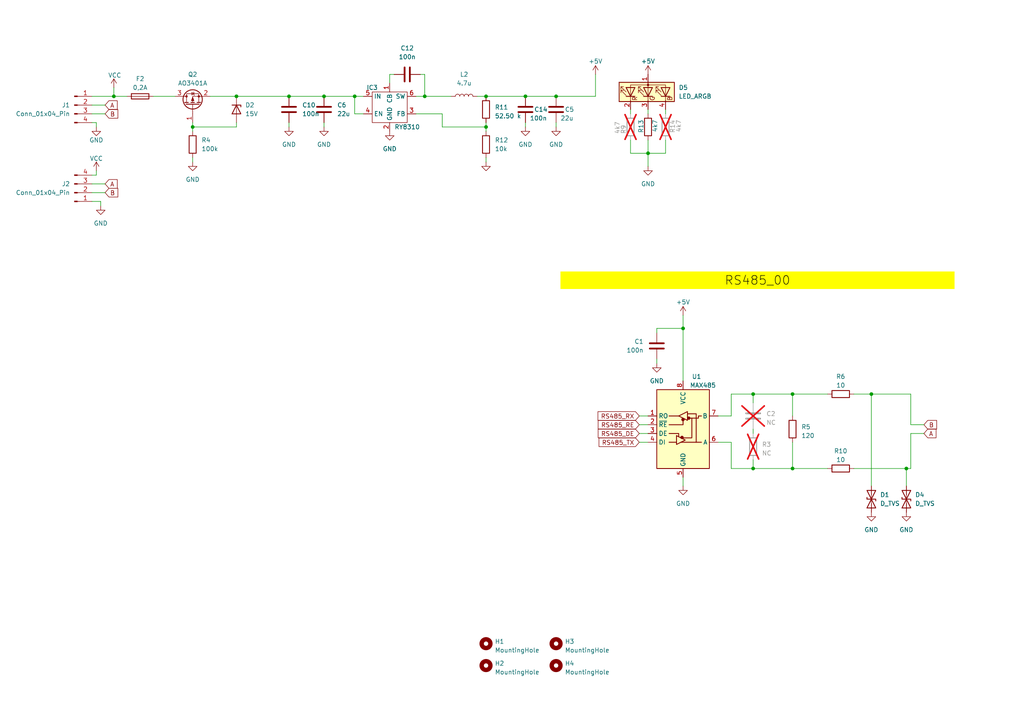
<source format=kicad_sch>
(kicad_sch (version 20231120) (generator "eeschema") (generator_version "8.0")
  (paper "A4")
  (lib_symbols
    (symbol "Connector:Conn_01x04_Pin" (pin_names (offset 1.016) hide)
      (property "Reference" "J" (at 0 5.08 0))
      (property "Value" "Conn_01x04_Pin" (at 0 -7.62 0))
      (symbol "Conn_01x04_Pin_1_1"
        (polyline (pts (xy 1.27 -5.08) (xy 0.8636 -5.08)) (stroke (width 0.1524)))
        (polyline (pts (xy 1.27 -2.54) (xy 0.8636 -2.54)) (stroke (width 0.1524)))
        (polyline (pts (xy 1.27 0) (xy 0.8636 0)) (stroke (width 0.1524)))
        (polyline (pts (xy 1.27 2.54) (xy 0.8636 2.54)) (stroke (width 0.1524)))
        (rectangle (start 0.8636 -4.953) (end 0 -5.207) (stroke (width 0.1524)) (fill (type outline)))
        (rectangle (start 0.8636 -2.413) (end 0 -2.667) (stroke (width 0.1524)) (fill (type outline)))
        (rectangle (start 0.8636 0.127) (end 0 -0.127) (stroke (width 0.1524)) (fill (type outline)))
        (rectangle (start 0.8636 2.667) (end 0 2.413) (stroke (width 0.1524)) (fill (type outline)))
        (pin passive line (at 5.08 2.54 180) (length 3.81) (name "Pin_1") (number "1"))
        (pin passive line (at 5.08 0 180) (length 3.81) (name "Pin_2") (number "2"))
        (pin passive line (at 5.08 -2.54 180) (length 3.81) (name "Pin_3") (number "3"))
        (pin passive line (at 5.08 -5.08 180) (length 3.81) (name "Pin_4") (number "4"))
      )
    )
    (symbol "Device:C" (pin_numbers hide) (pin_names (offset 0.254))
      (property "Reference" "C" (at 0.635 2.54 0))
      (property "Value" "C" (at 0.635 -2.54 0))
      (symbol "C_0_1"
        (polyline (pts (xy -2.032 -0.762) (xy 2.032 -0.762)) (stroke (width 0.508)))
        (polyline (pts (xy -2.032 0.762) (xy 2.032 0.762)) (stroke (width 0.508)))
      )
      (symbol "C_1_1"
        (pin passive line (at 0 3.81 270) (length 2.794) (name "~") (number "1"))
        (pin passive line (at 0 -3.81 90) (length 2.794) (name "~") (number "2"))
      )
    )
    (symbol "Device:D_TVS" (pin_numbers hide) (pin_names (offset 1.016) hide)
      (property "Reference" "D" (at 0 2.54 0))
      (property "Value" "D_TVS" (at 0 -2.54 0))
      (symbol "D_TVS_0_1"
        (polyline (pts (xy 1.27 0) (xy -1.27 0)))
        (polyline (pts (xy 0.508 1.27) (xy 0 1.27) (xy 0 -1.27) (xy -0.508 -1.27)) (stroke (width 0.254)))
        (polyline (pts (xy -2.54 1.27) (xy -2.54 -1.27) (xy 2.54 1.27) (xy 2.54 -1.27) (xy -2.54 1.27)) (stroke (width 0.254)))
      )
      (symbol "D_TVS_1_1"
        (pin passive line (at -3.81 0 0) (length 2.54) (name "A1") (number "1"))
        (pin passive line (at 3.81 0 180) (length 2.54) (name "A2") (number "2"))
      )
    )
    (symbol "Device:D_Zener" (pin_numbers hide) (pin_names (offset 1.016) hide)
      (property "Reference" "D" (at 0 2.54 0))
      (property "Value" "D_Zener" (at 0 -2.54 0))
      (symbol "D_Zener_0_1"
        (polyline (pts (xy 1.27 0) (xy -1.27 0)))
        (polyline (pts (xy -1.27 -1.27) (xy -1.27 1.27) (xy -0.762 1.27)) (stroke (width 0.254)))
        (polyline (pts (xy 1.27 -1.27) (xy 1.27 1.27) (xy -1.27 0) (xy 1.27 -1.27)) (stroke (width 0.254)))
      )
      (symbol "D_Zener_1_1"
        (pin passive line (at -3.81 0 0) (length 2.54) (name "K") (number "1"))
        (pin passive line (at 3.81 0 180) (length 2.54) (name "A") (number "2"))
      )
    )
    (symbol "Device:Fuse" (pin_numbers hide) (pin_names (offset 0))
      (property "Reference" "F" (at 2.032 0 90))
      (property "Value" "Fuse" (at -1.905 0 90))
      (symbol "Fuse_0_1"
        (rectangle (start -0.762 -2.54) (end 0.762 2.54) (stroke (width 0.254)))
        (polyline (pts (xy 0 2.54) (xy 0 -2.54)))
      )
      (symbol "Fuse_1_1"
        (pin passive line (at 0 3.81 270) (length 1.27) (name "~") (number "1"))
        (pin passive line (at 0 -3.81 90) (length 1.27) (name "~") (number "2"))
      )
    )
    (symbol "Device:L" (pin_numbers hide) (pin_names (offset 1.016) hide)
      (property "Reference" "L" (at -1.27 0 90))
      (property "Value" "L" (at 1.905 0 90))
      (symbol "L_0_1"
        (arc (start 0 -2.54) (mid 0.6323 -1.905) (end 0 -1.27))
        (arc (start 0 -1.27) (mid 0.6323 -0.635) (end 0 0))
        (arc (start 0 0) (mid 0.6323 0.635) (end 0 1.27))
        (arc (start 0 1.27) (mid 0.6323 1.905) (end 0 2.54))
      )
      (symbol "L_1_1"
        (pin passive line (at 0 3.81 270) (length 1.27) (name "1") (number "1"))
        (pin passive line (at 0 -3.81 90) (length 1.27) (name "2") (number "2"))
      )
    )
    (symbol "Device:LED_ARGB" (pin_names (offset 0) hide)
      (property "Reference" "D" (at 0 9.398 0))
      (property "Value" "LED_ARGB" (at 0 -8.89 0))
      (symbol "LED_ARGB_0_0"
        (text "B" (at -1.905 -6.35 0) (effects (font (size 1.27 1.27))))
        (text "G" (at -1.905 -1.27 0) (effects (font (size 1.27 1.27))))
        (text "R" (at -1.905 3.81 0) (effects (font (size 1.27 1.27))))
      )
      (symbol "LED_ARGB_0_1"
        (polyline (pts (xy -1.27 -5.08) (xy -2.54 -5.08)))
        (polyline (pts (xy -1.27 -5.08) (xy 1.27 -5.08)))
        (polyline (pts (xy -1.27 -3.81) (xy -1.27 -6.35)) (stroke (width 0.254)))
        (polyline (pts (xy -1.27 0) (xy -2.54 0)))
        (polyline (pts (xy -1.27 1.27) (xy -1.27 -1.27)) (stroke (width 0.254)))
        (polyline (pts (xy -1.27 5.08) (xy -2.54 5.08)))
        (polyline (pts (xy -1.27 5.08) (xy 1.27 5.08)))
        (polyline (pts (xy -1.27 6.35) (xy -1.27 3.81)) (stroke (width 0.254)))
        (polyline (pts (xy 1.27 0) (xy -1.27 0)))
        (polyline (pts (xy 1.27 0) (xy 2.54 0)))
        (polyline (pts (xy -1.27 1.27) (xy -1.27 -1.27) (xy -1.27 -1.27)))
        (polyline (pts (xy -1.27 6.35) (xy -1.27 3.81) (xy -1.27 3.81)))
        (polyline (pts (xy 1.27 -5.08) (xy 2.032 -5.08) (xy 2.032 5.08) (xy 1.27 5.08)))
        (polyline (pts (xy 1.27 -3.81) (xy 1.27 -6.35) (xy -1.27 -5.08) (xy 1.27 -3.81)) (stroke (width 0.254)))
        (polyline (pts (xy 1.27 1.27) (xy 1.27 -1.27) (xy -1.27 0) (xy 1.27 1.27)) (stroke (width 0.254)))
        (polyline (pts (xy 1.27 6.35) (xy 1.27 3.81) (xy -1.27 5.08) (xy 1.27 6.35)) (stroke (width 0.254)))
        (polyline (pts (xy -1.016 -3.81) (xy 0.508 -2.286) (xy -0.254 -2.286) (xy 0.508 -2.286) (xy 0.508 -3.048)))
        (polyline (pts (xy -1.016 1.27) (xy 0.508 2.794) (xy -0.254 2.794) (xy 0.508 2.794) (xy 0.508 2.032)))
        (polyline (pts (xy -1.016 6.35) (xy 0.508 7.874) (xy -0.254 7.874) (xy 0.508 7.874) (xy 0.508 7.112)))
        (polyline (pts (xy 0 -3.81) (xy 1.524 -2.286) (xy 0.762 -2.286) (xy 1.524 -2.286) (xy 1.524 -3.048)))
        (polyline (pts (xy 0 1.27) (xy 1.524 2.794) (xy 0.762 2.794) (xy 1.524 2.794) (xy 1.524 2.032)))
        (polyline (pts (xy 0 6.35) (xy 1.524 7.874) (xy 0.762 7.874) (xy 1.524 7.874) (xy 1.524 7.112)))
        (rectangle (start 1.27 -1.27) (end 1.27 1.27))
        (rectangle (start 1.27 1.27) (end 1.27 1.27))
        (rectangle (start 1.27 3.81) (end 1.27 6.35))
        (rectangle (start 1.27 6.35) (end 1.27 6.35))
        (circle (center 2.032 0) (radius 0.254) (fill (type outline)))
        (rectangle (start 2.794 8.382) (end -2.794 -7.62) (stroke (width 0.254)) (fill (type background)))
      )
      (symbol "LED_ARGB_1_1"
        (pin passive line (at 5.08 0 180) (length 2.54) (name "A") (number "1"))
        (pin passive line (at -5.08 5.08 0) (length 2.54) (name "RK") (number "2"))
        (pin passive line (at -5.08 0 0) (length 2.54) (name "GK") (number "3"))
        (pin passive line (at -5.08 -5.08 0) (length 2.54) (name "BK") (number "4"))
      )
    )
    (symbol "Device:R" (pin_numbers hide) (pin_names (offset 0))
      (property "Reference" "R" (at 2.032 0 90))
      (property "Value" "R" (at 0 0 90))
      (symbol "R_0_1"
        (rectangle (start -1.016 -2.54) (end 1.016 2.54) (stroke (width 0.254)))
      )
      (symbol "R_1_1"
        (pin passive line (at 0 3.81 270) (length 1.27) (name "~") (number "1"))
        (pin passive line (at 0 -3.81 90) (length 1.27) (name "~") (number "2"))
      )
    )
    (symbol "Interface_UART:MAX3485"
      (property "Reference" "U" (at -6.096 11.43 0))
      (property "Value" "MAX3485" (at 0.762 11.43 0))
      (symbol "MAX3485_0_1"
        (rectangle (start -7.62 10.16) (end 7.62 -12.7) (stroke (width 0.254)) (fill (type background)))
        (circle (center -0.3048 -3.683) (radius 0.3556) (stroke (width 0.254)) (fill (type outline)))
        (circle (center -0.0254 1.4986) (radius 0.3556) (stroke (width 0.254)) (fill (type outline)))
        (polyline (pts (xy -4.064 -5.08) (xy -1.905 -5.08)) (stroke (width 0.254)))
        (polyline (pts (xy -4.064 2.54) (xy -1.27 2.54)) (stroke (width 0.254)))
        (polyline (pts (xy -1.27 -3.2004) (xy -1.27 -3.4544)) (stroke (width 0.254)))
        (polyline (pts (xy -0.635 -5.08) (xy 5.334 -5.08)) (stroke (width 0.254)))
        (polyline (pts (xy -4.064 -2.54) (xy -1.27 -2.54) (xy -1.27 -3.175)) (stroke (width 0.254)))
        (polyline (pts (xy 0 1.27) (xy 0 0) (xy -4.064 0)) (stroke (width 0.254)))
        (polyline (pts (xy 1.27 3.175) (xy 3.81 3.175) (xy 3.81 -5.08)) (stroke (width 0.254)))
        (polyline (pts (xy 2.54 1.905) (xy 2.54 -3.81) (xy 0 -3.81)) (stroke (width 0.254)))
        (polyline (pts (xy -1.905 -3.175) (xy -1.905 -5.715) (xy 0.635 -4.445) (xy -1.905 -3.175)) (stroke (width 0.254)))
        (polyline (pts (xy -1.27 2.54) (xy 1.27 3.81) (xy 1.27 1.27) (xy -1.27 2.54)) (stroke (width 0.254)))
        (polyline (pts (xy 1.905 1.905) (xy 4.445 1.905) (xy 4.445 2.54) (xy 5.334 2.54)) (stroke (width 0.254)))
        (rectangle (start 1.27 3.175) (end 1.27 3.175))
        (circle (center 1.651 1.905) (radius 0.3556) (stroke (width 0.254)) (fill (type outline)))
      )
      (symbol "MAX3485_1_1"
        (pin output line (at -10.16 2.54 0) (length 2.54) (name "RO") (number "1"))
        (pin input line (at -10.16 0 0) (length 2.54) (name "~{RE}") (number "2"))
        (pin input line (at -10.16 -2.54 0) (length 2.54) (name "DE") (number "3"))
        (pin input line (at -10.16 -5.08 0) (length 2.54) (name "DI") (number "4"))
        (pin power_in line (at 0 -15.24 90) (length 2.54) (name "GND") (number "5"))
        (pin bidirectional line (at 10.16 -5.08 180) (length 2.54) (name "A") (number "6"))
        (pin bidirectional line (at 10.16 2.54 180) (length 2.54) (name "B") (number "7"))
        (pin power_in line (at 0 12.7 270) (length 2.54) (name "VCC") (number "8"))
      )
    )
    (symbol "Mechanical:MountingHole" (pin_names (offset 1.016))
      (property "Reference" "H" (at 0 5.08 0))
      (property "Value" "MountingHole" (at 0 3.175 0))
      (symbol "MountingHole_0_1"
        (circle (center 0 0) (radius 1.27) (stroke (width 1.27)))
      )
    )
    (symbol "Techbeard:RY8310"
      (property "Reference" "IC" (at -5.08 6.35 0))
      (property "Value" "RY8310" (at 5.08 6.35 0))
      (symbol "RY8310_0_1"
        (rectangle (start -5.08 5.08) (end 5.08 -3.81))
      )
      (symbol "RY8310_1_1"
        (pin input line (at 0 7.62 270) (length 2.54) (name "CB") (number "1"))
        (pin input line (at 0 -6.35 90) (length 2.54) (name "GND") (number "2"))
        (pin input line (at 7.62 -1.27 180) (length 2.54) (name "FB") (number "3"))
        (pin input line (at -7.62 -1.27 0) (length 2.54) (name "EN") (number "4"))
        (pin input line (at -7.62 3.81 0) (length 2.54) (name "IN") (number "5"))
        (pin input line (at 7.62 3.81 180) (length 2.54) (name "SW") (number "6"))
      )
    )
    (symbol "Transistor_FET:AO3401A" (pin_names hide)
      (property "Reference" "Q" (at 5.08 1.905 0))
      (property "Value" "AO3401A" (at 5.08 0 0))
      (symbol "AO3401A_0_1"
        (polyline (pts (xy 0.254 0) (xy -2.54 0)))
        (polyline (pts (xy 0.254 1.905) (xy 0.254 -1.905)) (stroke (width 0.254)))
        (polyline (pts (xy 0.762 -1.27) (xy 0.762 -2.286)) (stroke (width 0.254)))
        (polyline (pts (xy 0.762 0.508) (xy 0.762 -0.508)) (stroke (width 0.254)))
        (polyline (pts (xy 0.762 2.286) (xy 0.762 1.27)) (stroke (width 0.254)))
        (polyline (pts (xy 2.54 2.54) (xy 2.54 1.778)))
        (polyline (pts (xy 2.54 -2.54) (xy 2.54 0) (xy 0.762 0)))
        (polyline (pts (xy 0.762 1.778) (xy 3.302 1.778) (xy 3.302 -1.778) (xy 0.762 -1.778)))
        (polyline (pts (xy 2.286 0) (xy 1.27 0.381) (xy 1.27 -0.381) (xy 2.286 0)) (fill (type outline)))
        (polyline (pts (xy 2.794 -0.508) (xy 2.921 -0.381) (xy 3.683 -0.381) (xy 3.81 -0.254)))
        (polyline (pts (xy 3.302 -0.381) (xy 2.921 0.254) (xy 3.683 0.254) (xy 3.302 -0.381)))
        (circle (center 1.651 0) (radius 2.794) (stroke (width 0.254)))
        (circle (center 2.54 -1.778) (radius 0.254) (fill (type outline)))
        (circle (center 2.54 1.778) (radius 0.254) (fill (type outline)))
      )
      (symbol "AO3401A_1_1"
        (pin input line (at -5.08 0 0) (length 2.54) (name "G") (number "1"))
        (pin passive line (at 2.54 -5.08 90) (length 2.54) (name "S") (number "2"))
        (pin passive line (at 2.54 5.08 270) (length 2.54) (name "D") (number "3"))
      )
    )
    (symbol "power:+5V" (power) (pin_names (offset 0))
      (property "Value" "+5V" (at 0 3.556 0))
      (symbol "+5V_0_1"
        (polyline (pts (xy -0.762 1.27) (xy 0 2.54)))
        (polyline (pts (xy 0 0) (xy 0 2.54)))
        (polyline (pts (xy 0 2.54) (xy 0.762 1.27)))
      )
      (symbol "+5V_1_1"
        (pin power_in line (at 0 0 90) (length 0) hide (name "+5V") (number "1"))
      )
    )
    (symbol "power:GND" (power) (pin_names (offset 0))
      (property "Value" "GND" (at 0 -3.81 0))
      (symbol "GND_0_1"
        (polyline (pts (xy 0 0) (xy 0 -1.27) (xy 1.27 -1.27) (xy 0 -2.54) (xy -1.27 -1.27) (xy 0 -1.27)))
      )
      (symbol "GND_1_1"
        (pin power_in line (at 0 0 270) (length 0) hide (name "GND") (number "1"))
      )
    )
    (symbol "power:VCC" (power) (pin_numbers hide) (pin_names (offset 0) hide)
      (property "Value" "VCC" (at 0 3.556 0))
      (symbol "VCC_0_1"
        (polyline (pts (xy -0.762 1.27) (xy 0 2.54)))
        (polyline (pts (xy 0 0) (xy 0 2.54)))
        (polyline (pts (xy 0 2.54) (xy 0.762 1.27)))
      )
      (symbol "VCC_1_1"
        (pin power_in line (at 0 0 90) (length 0) (name "~") (number "1"))
      )
    )
  )
  (junction (at 140.97 36.83))
  (junction (at 140.97 27.94))
  (junction (at 262.89 135.89))
  (junction (at 93.98 27.94))
  (junction (at 229.87 114.3))
  (junction (at 218.44 114.3))
  (junction (at 83.82 27.94))
  (junction (at 68.58 27.94))
  (junction (at 187.96 44.45))
  (junction (at 229.87 135.89))
  (junction (at 33.02 27.94))
  (junction (at 102.87 27.94))
  (junction (at 123.19 27.94))
  (junction (at 152.4 27.94))
  (junction (at 161.29 27.94))
  (junction (at 218.44 135.89))
  (junction (at 198.12 95.25))
  (junction (at 252.73 114.3))
  (junction (at 55.88 36.83))
  (wire (pts (xy 68.58 27.94) (xy 83.82 27.94)))
  (wire (pts (xy 68.58 35.56) (xy 68.58 36.83)))
  (wire (pts (xy 187.96 44.45) (xy 193.04 44.45)))
  (wire (pts (xy 229.87 135.89) (xy 240.03 135.89)))
  (wire (pts (xy 128.27 33.02) (xy 128.27 36.83)))
  (wire (pts (xy 26.67 27.94) (xy 33.02 27.94)))
  (wire (pts (xy 105.41 33.02) (xy 102.87 33.02)))
  (wire (pts (xy 113.03 21.59) (xy 113.03 24.13)))
  (wire (pts (xy 218.44 114.3) (xy 218.44 116.84)))
  (wire (pts (xy 120.65 33.02) (xy 128.27 33.02)))
  (wire (pts (xy 187.96 31.75) (xy 187.96 33.02)))
  (wire (pts (xy 198.12 95.25) (xy 190.5 95.25)))
  (wire (pts (xy 121.92 21.59) (xy 123.19 21.59)))
  (wire (pts (xy 140.97 35.56) (xy 140.97 36.83)))
  (wire (pts (xy 187.96 44.45) (xy 187.96 48.26)))
  (wire (pts (xy 26.67 58.42) (xy 29.21 58.42)))
  (wire (pts (xy 264.16 125.73) (xy 264.16 135.89)))
  (wire (pts (xy 208.28 128.27) (xy 212.09 128.27)))
  (wire (pts (xy 44.45 27.94) (xy 50.8 27.94)))
  (wire (pts (xy 252.73 114.3) (xy 252.73 140.97)))
  (wire (pts (xy 68.58 36.83) (xy 55.88 36.83)))
  (wire (pts (xy 161.29 35.56) (xy 161.29 36.83)))
  (wire (pts (xy 264.16 123.19) (xy 264.16 114.3)))
  (wire (pts (xy 198.12 95.25) (xy 198.12 110.49)))
  (wire (pts (xy 185.42 128.27) (xy 187.96 128.27)))
  (wire (pts (xy 185.42 125.73) (xy 187.96 125.73)))
  (wire (pts (xy 123.19 27.94) (xy 130.81 27.94)))
  (wire (pts (xy 26.67 53.34) (xy 30.48 53.34)))
  (wire (pts (xy 26.67 35.56) (xy 27.94 35.56)))
  (wire (pts (xy 140.97 45.72) (xy 140.97 46.99)))
  (wire (pts (xy 185.42 120.65) (xy 187.96 120.65)))
  (wire (pts (xy 212.09 128.27) (xy 212.09 135.89)))
  (wire (pts (xy 190.5 104.14) (xy 190.5 105.41)))
  (wire (pts (xy 229.87 114.3) (xy 229.87 120.65)))
  (wire (pts (xy 152.4 27.94) (xy 161.29 27.94)))
  (wire (pts (xy 140.97 27.94) (xy 152.4 27.94)))
  (wire (pts (xy 182.88 31.75) (xy 182.88 33.02)))
  (wire (pts (xy 267.97 125.73) (xy 264.16 125.73)))
  (wire (pts (xy 30.48 30.48) (xy 26.67 30.48)))
  (wire (pts (xy 113.03 21.59) (xy 114.3 21.59)))
  (wire (pts (xy 27.94 35.56) (xy 27.94 36.83)))
  (wire (pts (xy 264.16 135.89) (xy 262.89 135.89)))
  (wire (pts (xy 33.02 27.94) (xy 36.83 27.94)))
  (wire (pts (xy 218.44 133.35) (xy 218.44 135.89)))
  (wire (pts (xy 93.98 35.56) (xy 93.98 36.83)))
  (wire (pts (xy 212.09 114.3) (xy 218.44 114.3)))
  (wire (pts (xy 30.48 33.02) (xy 26.67 33.02)))
  (wire (pts (xy 55.88 36.83) (xy 55.88 38.1)))
  (wire (pts (xy 140.97 36.83) (xy 140.97 38.1)))
  (wire (pts (xy 193.04 31.75) (xy 193.04 33.02)))
  (wire (pts (xy 190.5 96.52) (xy 190.5 95.25)))
  (wire (pts (xy 26.67 50.8) (xy 27.94 50.8)))
  (wire (pts (xy 267.97 123.19) (xy 264.16 123.19)))
  (wire (pts (xy 218.44 124.46) (xy 218.44 125.73)))
  (wire (pts (xy 33.02 25.4) (xy 33.02 27.94)))
  (wire (pts (xy 138.43 27.94) (xy 140.97 27.94)))
  (wire (pts (xy 229.87 128.27) (xy 229.87 135.89)))
  (wire (pts (xy 123.19 21.59) (xy 123.19 27.94)))
  (wire (pts (xy 182.88 40.64) (xy 182.88 44.45)))
  (wire (pts (xy 83.82 35.56) (xy 83.82 36.83)))
  (wire (pts (xy 128.27 36.83) (xy 140.97 36.83)))
  (wire (pts (xy 198.12 138.43) (xy 198.12 140.97)))
  (wire (pts (xy 26.67 55.88) (xy 30.48 55.88)))
  (wire (pts (xy 27.94 50.8) (xy 27.94 49.53)))
  (wire (pts (xy 198.12 91.44) (xy 198.12 95.25)))
  (wire (pts (xy 29.21 58.42) (xy 29.21 59.69)))
  (wire (pts (xy 193.04 40.64) (xy 193.04 44.45)))
  (wire (pts (xy 262.89 135.89) (xy 247.65 135.89)))
  (wire (pts (xy 172.72 21.59) (xy 172.72 27.94)))
  (wire (pts (xy 212.09 135.89) (xy 218.44 135.89)))
  (wire (pts (xy 187.96 40.64) (xy 187.96 44.45)))
  (wire (pts (xy 262.89 135.89) (xy 262.89 140.97)))
  (wire (pts (xy 208.28 120.65) (xy 212.09 120.65)))
  (wire (pts (xy 182.88 44.45) (xy 187.96 44.45)))
  (wire (pts (xy 212.09 120.65) (xy 212.09 114.3)))
  (wire (pts (xy 60.96 27.94) (xy 68.58 27.94)))
  (wire (pts (xy 55.88 45.72) (xy 55.88 46.99)))
  (wire (pts (xy 247.65 114.3) (xy 252.73 114.3)))
  (wire (pts (xy 252.73 114.3) (xy 264.16 114.3)))
  (wire (pts (xy 102.87 33.02) (xy 102.87 27.94)))
  (wire (pts (xy 172.72 27.94) (xy 161.29 27.94)))
  (wire (pts (xy 120.65 27.94) (xy 123.19 27.94)))
  (wire (pts (xy 93.98 27.94) (xy 102.87 27.94)))
  (wire (pts (xy 185.42 123.19) (xy 187.96 123.19)))
  (wire (pts (xy 218.44 135.89) (xy 229.87 135.89)))
  (wire (pts (xy 218.44 114.3) (xy 229.87 114.3)))
  (wire (pts (xy 83.82 27.94) (xy 93.98 27.94)))
  (wire (pts (xy 102.87 27.94) (xy 105.41 27.94)))
  (wire (pts (xy 152.4 35.56) (xy 152.4 36.83)))
  (wire (pts (xy 55.88 35.56) (xy 55.88 36.83)))
  (wire (pts (xy 229.87 114.3) (xy 240.03 114.3)))
  (text_box "RS485_00" (at 162.56 78.74 0) (size 114.3 5.08) (stroke (width -0.0001)) (fill (type color) (color 255 255 0 1)) (effects (font (size 2.54 2.54))))
  (global_label "RS485_RX" (shape input) (at 185.42 120.65 180) (property "Intersheetrefs" "${INTERSHEET_REFS}" (effects (hide yes))))
  (global_label "RS485_RE" (shape input) (at 185.42 123.19 180) (property "Intersheetrefs" "${INTERSHEET_REFS}" (effects (hide yes))))
  (global_label "B" (shape input) (at 30.48 55.88 0) (property "Intersheetrefs" "${INTERSHEET_REFS}" (effects (hide yes))))
  (global_label "A" (shape input) (at 30.48 30.48 0) (property "Intersheetrefs" "${INTERSHEET_REFS}" (effects (hide yes))))
  (global_label "A" (shape input) (at 267.97 125.73 0) (property "Intersheetrefs" "${INTERSHEET_REFS}" (effects (hide yes))))
  (global_label "A" (shape input) (at 30.48 53.34 0) (property "Intersheetrefs" "${INTERSHEET_REFS}" (effects (hide yes))))
  (global_label "B" (shape input) (at 267.97 123.19 0) (property "Intersheetrefs" "${INTERSHEET_REFS}" (effects (hide yes))))
  (global_label "B" (shape input) (at 30.48 33.02 0) (property "Intersheetrefs" "${INTERSHEET_REFS}" (effects (hide yes))))
  (global_label "RS485_TX" (shape input) (at 185.42 128.27 180) (property "Intersheetrefs" "${INTERSHEET_REFS}" (effects (hide yes))))
  (global_label "RS485_DE" (shape input) (at 185.42 125.73 180) (property "Intersheetrefs" "${INTERSHEET_REFS}" (effects (hide yes))))
  (symbol (lib_id "Mechanical:MountingHole") (at 161.29 193.04 0) (unit 1)
    (property "Reference" "H4" (at 163.83 192.405 0) (effects (justify left)))
    (property "Value" "MountingHole" (at 163.83 194.945 0) (effects (justify left)))
    (property "Footprint" "MountingHole:MountingHole_4.3mm_M4" (effects (hide yes)))
  )
  (symbol (lib_id "power:VCC") (at 33.02 25.4 0) (unit 1)
    (property "Reference" "#PWR06" (effects (hide yes)))
    (property "Value" "VCC" (at 33.274 21.844 0))
    (property "Description" "Power symbol creates a global label with name \"VCC\"" (effects (hide yes)))
  )
  (symbol (lib_id "Device:C") (at 161.29 31.75 0) (unit 1)
    (property "Reference" "C5" (at 163.83 31.75 0) (effects (justify left)))
    (property "Value" "22u" (at 162.56 34.29 0) (effects (justify left)))
    (property "Footprint" "Capacitor_SMD:C_1210_3225Metric" (effects (hide yes)))
  )
  (symbol (lib_id "Device:C") (at 83.82 31.75 0) (unit 1)
    (property "Reference" "C10" (at 87.63 30.4799 0) (effects (justify left)))
    (property "Value" "100n" (at 87.63 33.0199 0) (effects (justify left)))
    (property "Footprint" "Capacitor_SMD:C_0402_1005Metric" (effects (hide yes)))
  )
  (symbol (lib_id "Device:R") (at 140.97 41.91 180) (unit 1)
    (property "Reference" "R12" (at 143.51 40.6399 0) (effects (justify right)))
    (property "Value" "10k" (at 143.51 43.1799 0) (effects (justify right)))
    (property "Footprint" "Resistor_SMD:R_0402_1005Metric" (effects (hide yes)))
  )
  (symbol (lib_id "Mechanical:MountingHole") (at 140.97 186.69 0) (unit 1)
    (property "Reference" "H1" (at 143.51 186.055 0) (effects (justify left)))
    (property "Value" "MountingHole" (at 143.51 188.595 0) (effects (justify left)))
    (property "Footprint" "MountingHole:MountingHole_4.3mm_M4" (effects (hide yes)))
  )
  (symbol (lib_id "Device:D_TVS") (at 252.73 144.78 90) (unit 1)
    (property "Reference" "D1" (at 255.27 143.5099 90) (effects (justify right)))
    (property "Value" "D_TVS" (at 255.27 146.0499 90) (effects (justify right)))
    (property "Footprint" "Diode_SMD:D_0402_1005Metric" (effects (hide yes)))
  )
  (symbol (lib_id "Device:D_Zener") (at 68.58 31.75 270) (unit 1)
    (property "Reference" "D2" (at 71.12 30.4799 90) (effects (justify left)))
    (property "Value" "15V" (at 71.12 33.0199 90) (effects (justify left)))
    (property "Footprint" "Diode_SMD:D_SOD-323" (effects (hide yes)))
  )
  (symbol (lib_id "power:GND") (at 190.5 105.41 0) (mirror y) (unit 1)
    (property "Reference" "#PWR04" (effects (hide yes)))
    (property "Value" "GND" (at 190.5 110.49 0))
  )
  (symbol (lib_id "Mechanical:MountingHole") (at 140.97 193.04 0) (unit 1)
    (property "Reference" "H2" (at 143.51 192.405 0) (effects (justify left)))
    (property "Value" "MountingHole" (at 143.51 194.945 0) (effects (justify left)))
    (property "Footprint" "MountingHole:MountingHole_4.3mm_M4" (effects (hide yes)))
  )
  (symbol (lib_id "Device:C") (at 118.11 21.59 90) (unit 1)
    (property "Reference" "C12" (at 118.11 13.97 90))
    (property "Value" "100n" (at 118.11 16.51 90))
    (property "Footprint" "Capacitor_SMD:C_0402_1005Metric" (effects (hide yes)))
  )
  (symbol (lib_id "power:GND") (at 29.21 59.69 0) (unit 1)
    (property "Reference" "#PWR03" (effects (hide yes)))
    (property "Value" "GND" (at 29.21 64.77 0))
  )
  (symbol (lib_id "Device:L") (at 134.62 27.94 90) (unit 1)
    (property "Reference" "L2" (at 134.62 21.59 90))
    (property "Value" "4.7u" (at 134.62 24.13 90))
    (property "Footprint" "LCSC:IND-SMD_L2.0-W1.6" (effects (hide yes)))
  )
  (symbol (lib_id "Mechanical:MountingHole") (at 161.29 186.69 0) (unit 1)
    (property "Reference" "H3" (at 163.83 186.055 0) (effects (justify left)))
    (property "Value" "MountingHole" (at 163.83 188.595 0) (effects (justify left)))
    (property "Footprint" "MountingHole:MountingHole_4.3mm_M4" (effects (hide yes)))
  )
  (symbol (lib_id "Device:R") (at 243.84 135.89 90) (unit 1)
    (property "Reference" "R10" (at 243.84 130.81 90))
    (property "Value" "10" (at 243.84 133.35 90))
    (property "Footprint" "Resistor_SMD:R_1206_3216Metric" (effects (hide yes)))
  )
  (symbol (lib_id "Device:Fuse") (at 40.64 27.94 90) (unit 1)
    (property "Reference" "F2" (at 40.64 22.86 90))
    (property "Value" "0,2A" (at 40.64 25.4 90))
    (property "Footprint" "Fuse:Fuse_0603_1608Metric" (effects (hide yes)))
  )
  (symbol (lib_id "power:GND") (at 27.94 36.83 0) (unit 1)
    (property "Reference" "#PWR05" (effects (hide yes)))
    (property "Value" "GND" (at 27.94 40.64 0))
  )
  (symbol (lib_id "Device:C") (at 190.5 100.33 0) (mirror y) (unit 1)
    (property "Reference" "C1" (at 186.69 99.0599 0) (effects (justify left)))
    (property "Value" "100n" (at 186.69 101.5999 0) (effects (justify left)))
    (property "Footprint" "Capacitor_SMD:C_0402_1005Metric" (effects (hide yes)))
  )
  (symbol (lib_id "Device:R") (at 187.96 36.83 0) (unit 1)
    (property "Reference" "R13" (at 185.928 38.608 90) (effects (justify left)))
    (property "Value" "4k7" (at 189.992 38.354 90) (effects (justify left)))
    (property "Footprint" "Resistor_SMD:R_0402_1005Metric" (effects (hide yes)))
    (property "Description" "Resistor" (effects (hide yes)))
  )
  (symbol (lib_id "power:GND") (at 187.96 48.26 0) (unit 1)
    (property "Reference" "#PWR047" (effects (hide yes)))
    (property "Value" "GND" (at 187.96 53.34 0))
  )
  (symbol (lib_id "power:GND") (at 252.73 148.59 0) (unit 1)
    (property "Reference" "#PWR08" (effects (hide yes)))
    (property "Value" "GND" (at 252.73 153.67 0))
  )
  (symbol (lib_id "Connector:Conn_01x04_Pin") (at 21.59 30.48 0) (unit 1)
    (property "Reference" "J1" (at 20.32 30.4799 0) (effects (justify right)))
    (property "Value" "Conn_01x04_Pin" (at 20.32 33.0199 0) (effects (justify right)))
    (property "Footprint" "LCSC:CONN-SMD_HCZZ0451-4" (effects (hide yes)))
    (property "Description" "Generic connector, single row, 01x04, script generated" (effects (hide yes)))
  )
  (symbol (lib_id "power:+5V") (at 187.96 21.59 0) (unit 1)
    (property "Reference" "#PWR046" (effects (hide yes)))
    (property "Value" "+5V" (at 187.96 17.78 0))
  )
  (symbol (lib_id "Techbeard:RY8310") (at 113.03 31.75 0) (unit 1)
    (property "Reference" "IC3" (at 107.95 25.4 0))
    (property "Value" "RY8310" (at 118.11 36.83 0))
    (property "Footprint" "Package_TO_SOT_SMD:SOT-23-6" (effects (hide yes)))
    (property "Datasheet" "https://datasheet.lcsc.com/lcsc/2202151030_RYCHIP-Semiconductor-Inc--RY8310_C370876.pdf" (effects (hide yes)))
  )
  (symbol (lib_id "Device:R") (at 182.88 36.83 0) (unit 1) (dnp yes)
    (property "Reference" "R9" (at 180.848 38.862 90) (effects (justify left)))
    (property "Value" "4k7" (at 179.07 38.862 90) (effects (justify left)))
    (property "Footprint" "Resistor_SMD:R_0402_1005Metric" (effects (hide yes)))
    (property "Description" "Resistor" (effects (hide yes)))
  )
  (symbol (lib_id "Device:R") (at 218.44 129.54 180) (unit 1) (dnp yes)
    (property "Reference" "R3" (at 220.98 128.905 0) (effects (justify right)))
    (property "Value" "NC" (at 220.98 131.445 0) (effects (justify right)))
    (property "Footprint" "Resistor_SMD:R_0402_1005Metric" (effects (hide yes)))
  )
  (symbol (lib_id "power:GND") (at 140.97 46.99 0) (unit 1)
    (property "Reference" "#PWR039" (effects (hide yes)))
    (property "Value" "GND" (effects (hide yes)))
  )
  (symbol (lib_id "Device:R") (at 229.87 124.46 0) (mirror y) (unit 1)
    (property "Reference" "R5" (at 232.41 123.825 0) (effects (justify right)))
    (property "Value" "120" (at 232.41 126.365 0) (effects (justify right)))
    (property "Footprint" "Capacitor_SMD:C_0402_1005Metric" (effects (hide yes)))
  )
  (symbol (lib_id "Connector:Conn_01x04_Pin") (at 21.59 55.88 0) (mirror x) (unit 1)
    (property "Reference" "J2" (at 20.32 53.3399 0) (effects (justify right)))
    (property "Value" "Conn_01x04_Pin" (at 20.32 55.8799 0) (effects (justify right)))
    (property "Footprint" "LCSC:CONN-SMD_HCZZ0451-4" (effects (hide yes)))
    (property "Description" "Generic connector, single row, 01x04, script generated" (effects (hide yes)))
  )
  (symbol (lib_id "Device:C") (at 93.98 31.75 0) (unit 1)
    (property "Reference" "C6" (at 97.79 30.4799 0) (effects (justify left)))
    (property "Value" "22u" (at 97.79 33.0199 0) (effects (justify left)))
    (property "Footprint" "Capacitor_SMD:C_1210_3225Metric" (effects (hide yes)))
  )
  (symbol (lib_id "Device:R") (at 243.84 114.3 90) (unit 1)
    (property "Reference" "R6" (at 243.84 109.22 90))
    (property "Value" "10" (at 243.84 111.76 90))
    (property "Footprint" "Resistor_SMD:R_1206_3216Metric" (effects (hide yes)))
  )
  (symbol (lib_id "power:GND") (at 55.88 46.99 0) (unit 1)
    (property "Reference" "#PWR017" (effects (hide yes)))
    (property "Value" "GND" (at 55.88 52.07 0))
  )
  (symbol (lib_id "power:GND") (at 152.4 36.83 0) (unit 1)
    (property "Reference" "#PWR040" (effects (hide yes)))
    (property "Value" "GND" (at 152.4 41.91 0))
  )
  (symbol (lib_id "power:GND") (at 93.98 36.83 0) (unit 1)
    (property "Reference" "#PWR027" (effects (hide yes)))
    (property "Value" "GND" (at 93.98 41.91 0))
  )
  (symbol (lib_id "Device:R") (at 140.97 31.75 180) (unit 1)
    (property "Reference" "R11" (at 143.51 31.115 0) (effects (justify right)))
    (property "Value" "52.50 k" (at 143.51 33.655 0) (effects (justify right)))
    (property "Footprint" "Resistor_SMD:R_0402_1005Metric" (effects (hide yes)))
  )
  (symbol (lib_id "power:+5V") (at 198.12 91.44 0) (unit 1)
    (property "Reference" "#PWR010" (effects (hide yes)))
    (property "Value" "+5V" (at 198.12 87.63 0))
  )
  (symbol (lib_id "Transistor_FET:AO3401A") (at 55.88 30.48 90) (unit 1)
    (property "Reference" "Q2" (at 55.88 21.59 90))
    (property "Value" "AO3401A" (at 55.88 24.13 90))
    (property "Footprint" "Package_TO_SOT_SMD:TSOT-23" (effects (hide yes)))
    (property "Datasheet" "http://www.aosmd.com/pdfs/datasheet/AO3401A.pdf" (effects (hide yes)))
  )
  (symbol (lib_id "Device:D_TVS") (at 262.89 144.78 90) (unit 1)
    (property "Reference" "D4" (at 265.43 143.5099 90) (effects (justify right)))
    (property "Value" "D_TVS" (at 265.43 146.0499 90) (effects (justify right)))
    (property "Footprint" "Diode_SMD:D_0402_1005Metric" (effects (hide yes)))
  )
  (symbol (lib_id "power:GND") (at 161.29 36.83 0) (unit 1)
    (property "Reference" "#PWR043" (effects (hide yes)))
    (property "Value" "GND" (at 161.29 41.91 0))
  )
  (symbol (lib_id "power:GND") (at 262.89 148.59 0) (unit 1)
    (property "Reference" "#PWR09" (effects (hide yes)))
    (property "Value" "GND" (at 262.89 153.67 0))
  )
  (symbol (lib_id "Interface_UART:MAX3485") (at 198.12 123.19 0) (unit 1)
    (property "Reference" "U1" (at 200.66 109.22 0) (effects (justify left)))
    (property "Value" "MAX485" (at 200.0759 111.76 0) (effects (justify left)))
    (property "Footprint" "Package_SO:SOIC-8_3.9x4.9mm_P1.27mm" (effects (hide yes)))
    (property "Datasheet" "https://datasheets.maximintegrated.com/en/ds/MAX3483-MAX3491.pdf" (effects (hide yes)))
  )
  (symbol (lib_id "Device:LED_ARGB") (at 187.96 26.67 90) (unit 1)
    (property "Reference" "D5" (at 196.85 25.3999 90) (effects (justify right)))
    (property "Value" "LED_ARGB" (at 196.85 27.9399 90) (effects (justify right)))
    (property "Footprint" "LCSC:LED-ARRAY-SMD_MHS110FRGBCT" (effects (hide yes)))
    (property "Description" "RGB LED, anode/red/green/blue" (effects (hide yes)))
  )
  (symbol (lib_id "Device:C") (at 152.4 31.75 0) (unit 1)
    (property "Reference" "C14" (at 154.94 31.75 0) (effects (justify left)))
    (property "Value" "100n" (at 153.67 34.29 0) (effects (justify left)))
    (property "Footprint" "Capacitor_SMD:C_0402_1005Metric" (effects (hide yes)))
  )
  (symbol (lib_id "Device:R") (at 55.88 41.91 0) (unit 1)
    (property "Reference" "R4" (at 58.42 40.6399 0) (effects (justify left)))
    (property "Value" "100k" (at 58.42 43.1799 0) (effects (justify left)))
    (property "Footprint" "Resistor_SMD:R_0402_1005Metric" (effects (hide yes)))
  )
  (symbol (lib_id "Device:R") (at 193.04 36.83 0) (unit 1) (dnp yes)
    (property "Reference" "R14" (at 195.072 38.608 90) (effects (justify left)))
    (property "Value" "4k7" (at 196.85 38.354 90) (effects (justify left)))
    (property "Footprint" "Resistor_SMD:R_0402_1005Metric" (effects (hide yes)))
    (property "Description" "Resistor" (effects (hide yes)))
  )
  (symbol (lib_id "power:GND") (at 83.82 36.83 0) (unit 1)
    (property "Reference" "#PWR025" (effects (hide yes)))
    (property "Value" "GND" (at 83.82 41.91 0))
  )
  (symbol (lib_id "power:GND") (at 198.12 140.97 0) (mirror y) (unit 1)
    (property "Reference" "#PWR07" (effects (hide yes)))
    (property "Value" "GND" (at 198.12 146.05 0))
  )
  (symbol (lib_id "power:GND") (at 113.03 38.1 0) (unit 1)
    (property "Reference" "#PWR031" (effects (hide yes)))
    (property "Value" "GND" (at 113.03 43.18 0))
  )
  (symbol (lib_id "power:+5V") (at 172.72 21.59 0) (unit 1)
    (property "Reference" "#PWR048" (effects (hide yes)))
    (property "Value" "+5V" (at 172.72 17.78 0))
  )
  (symbol (lib_id "power:VCC") (at 27.94 49.53 0) (unit 1)
    (property "Reference" "#PWR011" (effects (hide yes)))
    (property "Value" "VCC" (at 27.94 45.974 0))
    (property "Description" "Power symbol creates a global label with name \"VCC\"" (effects (hide yes)))
  )
  (symbol (lib_id "Device:C") (at 218.44 120.65 0) (unit 1) (dnp yes)
    (property "Reference" "C2" (at 222.25 120.015 0) (effects (justify left)))
    (property "Value" "NC" (at 222.25 122.555 0) (effects (justify left)))
    (property "Footprint" "Capacitor_SMD:C_0402_1005Metric" (effects (hide yes)))
  )
)
</source>
